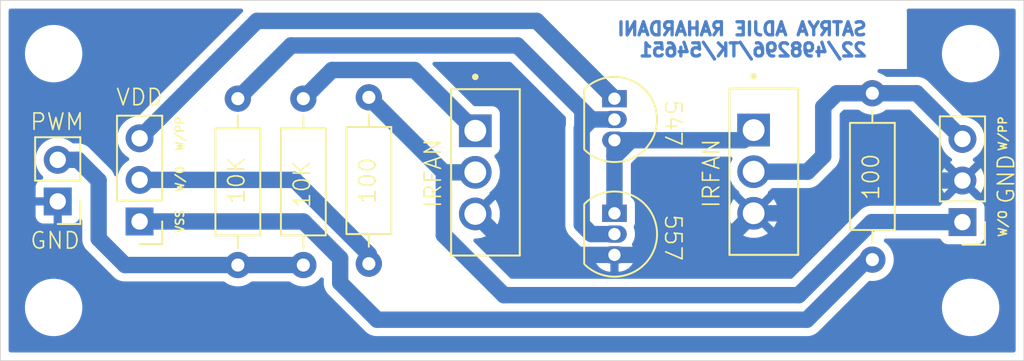
<source format=kicad_pcb>
(kicad_pcb (version 20241229) (generator "pcbnew") (generator_version "9.0")
  (layers (0 "F.Cu" signal) (2 "B.Cu" signal) (13 "F.Paste" user) (15 "B.Paste" user) (5 "F.SilkS" user "F.Silkscreen") (7 "B.SilkS" user "B.Silkscreen") (1 "F.Mask" user) (3 "B.Mask" user) (25 "Edge.Cuts" user))
  (net 0 "")
  (net 1 "PWM")
  (net 2 "GND")
  (net 3 "OUT2")
  (net 4 "OUT1")
  (net 5 "VDD1")
  (net 6 "VDD2")
  (net 7 "VS")
  (net 8 "Net-(Q3-B)")
  (net 9 "Net-(Q3-E)")
  (net 10 "Net-(Q1-Pad1)")
  (footprint "Connector_PinHeader_2.54mm:PinHeader_1x03_P2.54mm_Vertical" (layer "F.Cu") (at 41 40 180)
    (property "Reference" "J3" (hide yes))
    (property "Value" "Conn_01x03" (hide yes))
    (fp_line (start 1.38 1.27) (end 1.38 6.46) (stroke (width 0.12)) (layer "F.SilkS"))
    (fp_line (start -1.38 6.46) (end 1.38 6.46) (stroke (width 0.12)) (layer "F.SilkS"))
    (fp_line (start -1.38 1.27) (end 1.38 1.27) (stroke (width 0.12)) (layer "F.SilkS"))
    (fp_line (start -1.38 1.27) (end -1.38 6.46) (stroke (width 0.12)) (layer "F.SilkS"))
    (fp_line (start -1.38 0) (end -1.38 -1.38) (stroke (width 0.12)) (layer "F.SilkS"))
    (fp_line (start -1.38 -1.38) (end 0 -1.38) (stroke (width 0.12)) (layer "F.SilkS"))
    (pad "1" thru_hole rect (at 0 0 180) (size 1.7 1.7) (drill 1) (layers "*.Cu" "*.Mask") (net 7 "VS"))
    (pad "2" thru_hole circle (at 0 2.54 180) (size 1.7 1.7) (drill 1) (layers "*.Cu" "*.Mask") (net 5 "VDD1"))
    (pad "3" thru_hole circle (at 0 5.08 180) (size 1.7 1.7) (drill 1) (layers "*.Cu" "*.Mask") (net 6 "VDD2"))
  )
  (footprint "Connector_PinHeader_2.54mm:PinHeader_1x03_P2.54mm_Vertical" (layer "F.Cu") (at 91.25 40.04 180)
    (property "Reference" "J2" (hide yes))
    (property "Value" "Conn_01x03" (hide yes))
    (fp_line (start 1.38 1.27) (end 1.38 6.46) (stroke (width 0.12)) (layer "F.SilkS"))
    (fp_line (start -1.38 6.46) (end 1.38 6.46) (stroke (width 0.12)) (layer "F.SilkS"))
    (fp_line (start -1.38 1.27) (end 1.38 1.27) (stroke (width 0.12)) (layer "F.SilkS"))
    (fp_line (start -1.38 1.27) (end -1.38 6.46) (stroke (width 0.12)) (layer "F.SilkS"))
    (fp_line (start -1.38 0) (end -1.38 -1.38) (stroke (width 0.12)) (layer "F.SilkS"))
    (fp_line (start -1.38 -1.38) (end 0 -1.38) (stroke (width 0.12)) (layer "F.SilkS"))
    (pad "1" thru_hole rect (at 0 0 180) (size 1.7 1.7) (drill 1) (layers "*.Cu" "*.Mask") (net 4 "OUT1"))
    (pad "2" thru_hole circle (at 0 2.54 180) (size 1.7 1.7) (drill 1) (layers "*.Cu" "*.Mask") (net 2 "GND"))
    (pad "3" thru_hole circle (at 0 5.08 180) (size 1.7 1.7) (drill 1) (layers "*.Cu" "*.Mask") (net 3 "OUT2"))
  )
  (footprint "MountingHole:MountingHole_3mm" (layer "F.Cu") (at 91.75 29.75)
    (property "Reference" "REF**" (hide yes))
    (property "Value" "MountingHole_3mm" (hide yes))
    (pad "" np_thru_hole circle (at 0 0) (size 3 3) (drill 3) (layers "*.Cu" "*.Mask"))
  )
  (footprint "Resistor_THT:R_Axial_DIN0207_L6.3mm_D2.5mm_P10.16mm_Horizontal" (layer "F.Cu") (at 85.75 32.17 -90)
    (property "Reference" "R3" (hide yes))
    (property "Value" "R")
    (fp_line (start 1.04 0) (end 1.81 0) (stroke (width 0.12)) (layer "F.SilkS"))
    (fp_line (start 9.12 0) (end 8.35 0) (stroke (width 0.12)) (layer "F.SilkS"))
    (fp_rect (start 1.81 -1.37) (end 8.35 1.37) (stroke (width 0.12)) (fill no) (layer "F.SilkS"))
    (pad "1" thru_hole circle (at 0 0 270) (size 1.6 1.6) (drill 0.8) (layers "*.Cu" "*.Mask") (net 3 "OUT2"))
    (pad "2" thru_hole circle (at 10.16 0 270) (size 1.6 1.6) (drill 0.8) (layers "*.Cu" "*.Mask") (net 7 "VS"))
  )
  (footprint "Resistor_THT:R_Axial_DIN0207_L6.3mm_D2.5mm_P10.16mm_Horizontal" (layer "F.Cu") (at 51 42.66 90)
    (property "Reference" "R1" (hide yes))
    (property "Value" "R" (hide yes))
    (fp_line (start 9.12 0) (end 8.35 0) (stroke (width 0.12)) (layer "F.SilkS"))
    (fp_line (start 1.04 0) (end 1.81 0) (stroke (width 0.12)) (layer "F.SilkS"))
    (fp_rect (start 1.81 -1.37) (end 8.35 1.37) (stroke (width 0.12)) (fill no) (layer "F.SilkS"))
    (pad "1" thru_hole circle (at 0 0 90) (size 1.6 1.6) (drill 0.8) (layers "*.Cu" "*.Mask") (net 1 "PWM"))
    (pad "2" thru_hole circle (at 10.16 0 90) (size 1.6 1.6) (drill 0.8) (layers "*.Cu" "*.Mask") (net 10 "Net-(Q1-Pad1)"))
  )
  (footprint "Package_TO_SOT_THT:TO-92_Inline" (layer "F.Cu") (at 70 32.5 -90)
    (property "Reference" "Q3" (hide yes))
    (property "Value" "BC547")
    (fp_line (start -0.53 1.85) (end 3.07 1.85) (stroke (width 0.12)) (layer "F.SilkS"))
    (fp_arc (start -0.568478 1.838478) (mid -1.132087 -0.994977) (end 1.27 -2.6) (stroke (width 0.12)) (layer "F.SilkS"))
    (fp_arc (start 1.27 -2.6) (mid 3.672087 -0.994977) (end 3.108478 1.838478) (stroke (width 0.12)) (layer "F.SilkS"))
    (pad "1" thru_hole rect (at 0 0 270) (size 1.05 1.5) (drill 0.75) (layers "*.Cu" "*.Mask") (net 6 "VDD2"))
    (pad "2" thru_hole oval (at 1.27 0 270) (size 1.05 1.5) (drill 0.75) (layers "*.Cu" "*.Mask") (net 8 "Net-(Q3-B)"))
    (pad "3" thru_hole oval (at 2.54 0 270) (size 1.05 1.5) (drill 0.75) (layers "*.Cu" "*.Mask") (net 9 "Net-(Q3-E)"))
  )
  (footprint "IRFZ44N:TO254P1016X419X2286-3" (layer "F.Cu") (at 78.5 36.96 -90)
    (property "Reference" "Q2" (hide yes))
    (property "Value" "IRFZ44N")
    (fp_line (start -5.08 1.4775) (end -5.08 -2.7175) (stroke (width 0.127)) (layer "F.SilkS"))
    (fp_line (start 5.08 1.4775) (end -5.08 1.4775) (stroke (width 0.127)) (layer "F.SilkS"))
    (fp_line (start -5.08 -2.7175) (end 5.08 -2.7175) (stroke (width 0.127)) (layer "F.SilkS"))
    (fp_line (start 5.08 -2.7175) (end 5.08 1.4775) (stroke (width 0.127)) (layer "F.SilkS"))
    (fp_circle (center -5.83 0) (end -5.73 0) (stroke (width 0.2)) (fill no) (layer "F.SilkS"))
    (pad "1" thru_hole rect (at -2.54 0 270) (size 1.995 1.995) (drill 1.33) (layers "*.Cu" "*.Mask") (net 9 "Net-(Q3-E)"))
    (pad "2" thru_hole circle (at 0 0 270) (size 1.995 1.995) (drill 1.33) (layers "*.Cu" "*.Mask") (net 3 "OUT2"))
    (pad "3" thru_hole circle (at 2.54 0 270) (size 1.995 1.995) (drill 1.33) (layers "*.Cu" "*.Mask") (net 2 "GND"))
  )
  (footprint "MountingHole:MountingHole_3mm" (layer "F.Cu") (at 35.75 45.25)
    (property "Reference" "REF**" (hide yes))
    (property "Value" "MountingHole_3mm" (hide yes))
    (pad "" np_thru_hole circle (at 0 0) (size 3 3) (drill 3) (layers "*.Cu" "*.Mask"))
  )
  (footprint "Resistor_THT:R_Axial_DIN0207_L6.3mm_D2.5mm_P10.16mm_Horizontal" (layer "F.Cu") (at 55 32.42 -90)
    (property "Reference" "R2" (hide yes))
    (property "Value" "R" (hide yes))
    (fp_line (start 1.04 0) (end 1.81 0) (stroke (width 0.12)) (layer "F.SilkS"))
    (fp_line (start 9.12 0) (end 8.35 0) (stroke (width 0.12)) (layer "F.SilkS"))
    (fp_rect (start 1.81 -1.37) (end 8.35 1.37) (stroke (width 0.12)) (fill no) (layer "F.SilkS"))
    (pad "1" thru_hole circle (at 0 0 270) (size 1.6 1.6) (drill 0.8) (layers "*.Cu" "*.Mask") (net 4 "OUT1"))
    (pad "2" thru_hole circle (at 10.16 0 270) (size 1.6 1.6) (drill 0.8) (layers "*.Cu" "*.Mask") (net 5 "VDD1"))
  )
  (footprint "IRFZ44N:TO254P1016X419X2286-3" (layer "F.Cu") (at 61.5 37 -90)
    (property "Reference" "Q1" (hide yes))
    (property "Value" "IRFZ44N")
    (fp_line (start -5.08 1.4775) (end -5.08 -2.7175) (stroke (width 0.127)) (layer "F.SilkS"))
    (fp_line (start 5.08 1.4775) (end -5.08 1.4775) (stroke (width 0.127)) (layer "F.SilkS"))
    (fp_line (start -5.08 -2.7175) (end 5.08 -2.7175) (stroke (width 0.127)) (layer "F.SilkS"))
    (fp_line (start 5.08 -2.7175) (end 5.08 1.4775) (stroke (width 0.127)) (layer "F.SilkS"))
    (fp_circle (center -5.83 0) (end -5.73 0) (stroke (width 0.2)) (fill no) (layer "F.SilkS"))
    (pad "1" thru_hole rect (at -2.54 0 270) (size 1.995 1.995) (drill 1.33) (layers "*.Cu" "*.Mask") (net 10 "Net-(Q1-Pad1)"))
    (pad "2" thru_hole circle (at 0 0 270) (size 1.995 1.995) (drill 1.33) (layers "*.Cu" "*.Mask") (net 4 "OUT1"))
    (pad "3" thru_hole circle (at 2.54 0 270) (size 1.995 1.995) (drill 1.33) (layers "*.Cu" "*.Mask") (net 2 "GND"))
  )
  (footprint "MountingHole:MountingHole_3mm" (layer "F.Cu") (at 91.75 45.25)
    (property "Reference" "REF**" (hide yes))
    (property "Value" "MountingHole_3mm" (hide yes))
    (pad "" np_thru_hole circle (at 0 0) (size 3 3) (drill 3) (layers "*.Cu" "*.Mask"))
  )
  (footprint "Connector_PinHeader_2.54mm:PinHeader_1x02_P2.54mm_Vertical" (layer "F.Cu") (at 36 38.775 180)
    (property "Reference" "J1" (hide yes))
    (property "Value" "Conn_01x02" (hide yes))
    (fp_line (start 1.38 1.27) (end 1.38 3.92) (stroke (width 0.12)) (layer "F.SilkS"))
    (fp_line (start -1.38 3.92) (end 1.38 3.92) (stroke (width 0.12)) (layer "F.SilkS"))
    (fp_line (start -1.38 1.27) (end 1.38 1.27) (stroke (width 0.12)) (layer "F.SilkS"))
    (fp_line (start -1.38 1.27) (end -1.38 3.92) (stroke (width 0.12)) (layer "F.SilkS"))
    (fp_line (start -1.38 0) (end -1.38 -1.38) (stroke (width 0.12)) (layer "F.SilkS"))
    (fp_line (start -1.38 -1.38) (end 0 -1.38) (stroke (width 0.12)) (layer "F.SilkS"))
    (pad "1" thru_hole rect (at 0 0 180) (size 1.7 1.7) (drill 1) (layers "*.Cu" "*.Mask") (net 2 "GND"))
    (pad "2" thru_hole circle (at 0 2.54 180) (size 1.7 1.7) (drill 1) (layers "*.Cu" "*.Mask") (net 1 "PWM"))
  )
  (footprint "Package_TO_SOT_THT:TO-92_Inline" (layer "F.Cu") (at 70 39.5 -90)
    (property "Reference" "Q4" (hide yes))
    (property "Value" "BC557")
    (fp_line (start -0.53 1.85) (end 3.07 1.85) (stroke (width 0.12)) (layer "F.SilkS"))
    (fp_arc (start -0.568478 1.838478) (mid -1.132087 -0.994977) (end 1.27 -2.6) (stroke (width 0.12)) (layer "F.SilkS"))
    (fp_arc (start 1.27 -2.6) (mid 3.672087 -0.994977) (end 3.108478 1.838478) (stroke (width 0.12)) (layer "F.SilkS"))
    (pad "1" thru_hole rect (at 0 0 270) (size 1.05 1.5) (drill 0.75) (layers "*.Cu" "*.Mask") (net 9 "Net-(Q3-E)"))
    (pad "2" thru_hole oval (at 1.27 0 270) (size 1.05 1.5) (drill 0.75) (layers "*.Cu" "*.Mask") (net 8 "Net-(Q3-B)"))
    (pad "3" thru_hole oval (at 2.54 0 270) (size 1.05 1.5) (drill 0.75) (layers "*.Cu" "*.Mask") (net 2 "GND"))
  )
  (footprint "Resistor_THT:R_Axial_DIN0207_L6.3mm_D2.5mm_P10.16mm_Horizontal" (layer "F.Cu") (at 47 42.66 90)
    (property "Reference" "R4" (hide yes))
    (property "Value" "R" (hide yes))
    (fp_line (start 9.12 0) (end 8.35 0) (stroke (width 0.12)) (layer "F.SilkS"))
    (fp_line (start 1.04 0) (end 1.81 0) (stroke (width 0.12)) (layer "F.SilkS"))
    (fp_rect (start 1.81 -1.37) (end 8.35 1.37) (stroke (width 0.12)) (fill no) (layer "F.SilkS"))
    (pad "1" thru_hole circle (at 0 0 90) (size 1.6 1.6) (drill 0.8) (layers "*.Cu" "*.Mask") (net 1 "PWM"))
    (pad "2" thru_hole circle (at 10.16 0 90) (size 1.6 1.6) (drill 0.8) (layers "*.Cu" "*.Mask") (net 8 "Net-(Q3-B)"))
  )
  (footprint "MountingHole:MountingHole_3mm" (layer "F.Cu") (at 35.75 29.75)
    (property "Reference" "REF**" (hide yes))
    (property "Value" "MountingHole_3mm" (hide yes))
    (pad "" np_thru_hole circle (at 0 0) (size 3 3) (drill 3) (layers "*.Cu" "*.Mask"))
  )
  (gr_rect (start 32.5 26.5) (end 95 48.5) (stroke (width 0.05)) (fill no) (layer "Edge.Cuts"))
  (gr_text "SATRYA ADJIE RAHARDANI\n22/498296/TK/54651" (at 85.5 30 0) (layer "B.Cu") (effects (font (size 0.8 0.8) (thickness 0.2) (bold yes)) (justify left bottom mirror)))
  (gr_text "W/0" (at 43.75 38.25 90) (layer "F.SilkS") (effects (font (size 0.5 0.5) (thickness 0.1)) (justify left bottom)))
  (gr_text "100" (at 55.5 39 90) (layer "F.SilkS") (effects (font (size 1 1) (thickness 0.1)) (justify left bottom)))
  (gr_text "IRFAN" (at 76.5 39.25 90) (layer "F.SilkS") (effects (font (size 1 1) (thickness 0.1)) (justify left bottom)))
  (gr_text "W/PP" (at 94 35.75 90) (layer "F.SilkS") (effects (font (size 0.5 0.5) (thickness 0.1)) (justify left bottom)))
  (gr_text "557" (at 73 39.5 270) (layer "F.SilkS") (effects (font (size 1 1) (thickness 0.1)) (justify left bottom)))
  (gr_text "GND" (at 34.25 41.75 0) (layer "F.SilkS") (effects (font (size 1 1) (thickness 0.1)) (justify left bottom)))
  (gr_text "VSS" (at 43.75 40.75 90) (layer "F.SilkS") (effects (font (size 0.5 0.5) (thickness 0.1)) (justify left bottom)))
  (gr_text "10K" (at 47.5 39 90) (layer "F.SilkS") (effects (font (size 1 1) (thickness 0.1)) (justify left bottom)))
  (gr_text "VDD" (at 39.5 33 0) (layer "F.SilkS") (effects (font (size 1 1) (thickness 0.1)) (justify left bottom)))
  (gr_text "100" (at 86.25 38.77 90) (layer "F.SilkS") (effects (font (size 1 1) (thickness 0.1)) (justify left bottom)))
  (gr_text "547" (at 73 32.5 270) (layer "F.SilkS") (effects (font (size 1 1) (thickness 0.1)) (justify left bottom)))
  (gr_text "W/O" (at 94 41 90) (layer "F.SilkS") (effects (font (size 0.5 0.5) (thickness 0.1)) (justify left bottom)))
  (gr_text "PWM" (at 34.25 34.5 0) (layer "F.SilkS") (effects (font (size 1 1) (thickness 0.1)) (justify left bottom)))
  (gr_text "IRFAN" (at 59.5 39.25 90) (layer "F.SilkS") (effects (font (size 1 1) (thickness 0.1)) (justify left bottom)))
  (gr_text "10K" (at 51.5 39.25 90) (layer "F.SilkS") (effects (font (size 1 1) (thickness 0.1)) (justify left bottom)))
  (gr_text "W/PP" (at 43.75 35.75 90) (layer "F.SilkS") (effects (font (size 0.5 0.5) (thickness 0.1)) (justify left bottom)))
  (gr_text "GND" (at 94.5 39 90) (layer "F.SilkS") (effects (font (size 1 1) (thickness 0.1)) (justify left bottom)))
  (segment (start 40.109 42.66) (end 47 42.66) (width 1) (layer "B.Cu") (net 1))
  (segment (start 36 36.235) (end 37.235 36.235) (width 1) (layer "B.Cu") (net 1))
  (segment (start 47 42.66) (end 51 42.66) (width 1) (layer "B.Cu") (net 1))
  (segment (start 37.235 36.235) (end 38.5 37.5) (width 1) (layer "B.Cu") (net 1))
  (segment (start 38.5 41.051) (end 40.109 42.66) (width 1) (layer "B.Cu") (net 1))
  (segment (start 38.5 37.5) (end 38.5 41.051) (width 1) (layer "B.Cu") (net 1))
  (segment (start 84.75 37.5) (end 91.25 37.5) (width 1) (layer "B.Cu") (net 2))
  (segment (start 75.96 42.04) (end 78.5 39.5) (width 1) (layer "B.Cu") (net 2))
  (segment (start 70 42.04) (end 75.96 42.04) (width 1) (layer "B.Cu") (net 2))
  (segment (start 61.5 39.54) (end 64 42.04) (width 1) (layer "B.Cu") (net 2))
  (segment (start 78.5 39.5) (end 82.75 39.5) (width 1) (layer "B.Cu") (net 2))
  (segment (start 82.75 39.5) (end 84.75 37.5) (width 1) (layer "B.Cu") (net 2))
  (segment (start 64 42.04) (end 70 42.04) (width 1) (layer "B.Cu") (net 2))
  (segment (start 81.79 36.96) (end 78.5 36.96) (width 1) (layer "B.Cu") (net 3))
  (segment (start 83.58 32.17) (end 82.75 33) (width 1) (layer "B.Cu") (net 3))
  (segment (start 85.75 32.17) (end 88.46 32.17) (width 1) (layer "B.Cu") (net 3))
  (segment (start 82.75 36) (end 81.79 36.96) (width 1) (layer "B.Cu") (net 3))
  (segment (start 85.75 32.17) (end 83.58 32.17) (width 1) (layer "B.Cu") (net 3))
  (segment (start 82.75 33) (end 82.75 36) (width 1) (layer "B.Cu") (net 3))
  (segment (start 88.46 32.17) (end 91.25 34.96) (width 1) (layer "B.Cu") (net 3))
  (segment (start 55 32.42) (end 59.58 37) (width 1) (layer "B.Cu") (net 4))
  (segment (start 59.58 37) (end 61.5 37) (width 1) (layer "B.Cu") (net 4))
  (segment (start 85.71 40.04) (end 91.25 40.04) (width 1) (layer "B.Cu") (net 4))
  (segment (start 59.58 37) (end 59.58 40.83) (width 1) (layer "B.Cu") (net 4))
  (segment (start 63.25 44.5) (end 81.25 44.5) (width 1) (layer "B.Cu") (net 4))
  (segment (start 59.58 40.83) (end 63.25 44.5) (width 1) (layer "B.Cu") (net 4))
  (segment (start 81.25 44.5) (end 85.71 40.04) (width 1) (layer "B.Cu") (net 4))
  (segment (start 55 42) (end 55 42.58) (width 1) (layer "B.Cu") (net 5))
  (segment (start 50.46 37.46) (end 55 42) (width 1) (layer "B.Cu") (net 5))
  (segment (start 41 37.46) (end 50.46 37.46) (width 1) (layer "B.Cu") (net 5))
  (segment (start 48.17 27.75) (end 41 34.92) (width 1) (layer "B.Cu") (net 6))
  (segment (start 65.25 27.75) (end 48.17 27.75) (width 1) (layer "B.Cu") (net 6))
  (segment (start 70 32.5) (end 65.25 27.75) (width 1) (layer "B.Cu") (net 6))
  (segment (start 81.75 46) (end 85.42 42.33) (width 1) (layer "B.Cu") (net 7))
  (segment (start 41 40) (end 51 40) (width 1) (layer "B.Cu") (net 7))
  (segment (start 51 40) (end 53.25 42.25) (width 1) (layer "B.Cu") (net 7))
  (segment (start 53.25 43.75) (end 55.5 46) (width 1) (layer "B.Cu") (net 7))
  (segment (start 55.5 46) (end 81.75 46) (width 1) (layer "B.Cu") (net 7))
  (segment (start 53.25 42.25) (end 53.25 43.75) (width 1) (layer "B.Cu") (net 7))
  (segment (start 85.42 42.33) (end 85.75 42.33) (width 1) (layer "B.Cu") (net 7))
  (segment (start 47 32.5) (end 50.25 29.25) (width 1) (layer "B.Cu") (net 8))
  (segment (start 68.0365 34.3265) (end 68.0365 33.2135) (width 1) (layer "B.Cu") (net 8))
  (segment (start 68 40.177) (end 68 34.363) (width 1) (layer "B.Cu") (net 8))
  (segment (start 68 34.363) (end 68.593 33.77) (width 1) (layer "B.Cu") (net 8))
  (segment (start 68.0365 33.2135) (end 68.593 33.77) (width 1) (layer "B.Cu") (net 8))
  (segment (start 68 34.363) (end 68.0365 34.3265) (width 1) (layer "B.Cu") (net 8))
  (segment (start 50.25 29.25) (end 64.073 29.25) (width 1) (layer "B.Cu") (net 8))
  (segment (start 70 40.77) (end 68.593 40.77) (width 1) (layer "B.Cu") (net 8))
  (segment (start 68.593 40.77) (end 68 40.177) (width 1) (layer "B.Cu") (net 8))
  (segment (start 68.593 33.77) (end 70 33.77) (width 1) (layer "B.Cu") (net 8))
  (segment (start 64.073 29.25) (end 68.0365 33.2135) (width 1) (layer "B.Cu") (net 8))
  (segment (start 70 36) (end 70 39.5) (width 1) (layer "B.Cu") (net 9))
  (segment (start 77.88 35.04) (end 78.5 34.42) (width 1) (layer "B.Cu") (net 9))
  (segment (start 70 36) (end 70.04 36) (width 1) (layer "B.Cu") (net 9))
  (segment (start 70 35.04) (end 70 36) (width 1) (layer "B.Cu") (net 9))
  (segment (start 71 35.04) (end 77.88 35.04) (width 1) (layer "B.Cu") (net 9))
  (segment (start 70 35.04) (end 71 35.04) (width 1) (layer "B.Cu") (net 9))
  (segment (start 70.04 36) (end 71 35.04) (width 1) (layer "B.Cu") (net 9))
  (segment (start 51 32.5) (end 52.75 30.75) (width 1) (layer "B.Cu") (net 10))
  (segment (start 57.79 30.75) (end 61.5 34.46) (width 1) (layer "B.Cu") (net 10))
  (segment (start 52.75 30.75) (end 57.79 30.75) (width 1) (layer "B.Cu") (net 10))
  (zone (net 2) (net_name "GND") (layer "B.Cu") (connect_pads (clearance 0.5)) (min_thickness 0.25) (fill yes (thermal_gap 0.5) (thermal_bridge_width 0.5))
    (polygon (pts (xy 95 26.5) (xy 32.5 26.5) (xy 32.5 48.5) (xy 95 48.5)))
  )
)
</source>
